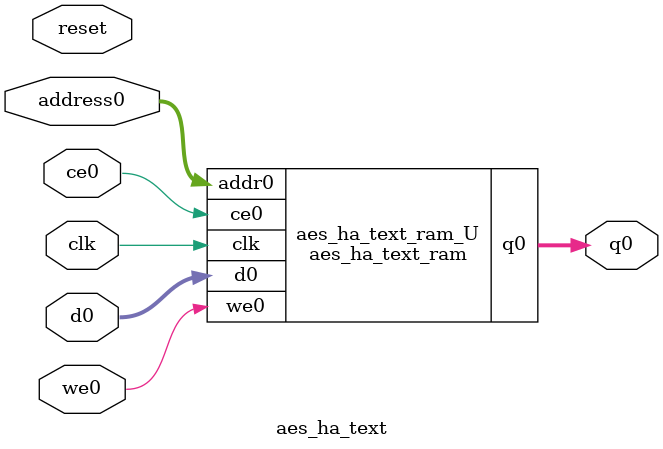
<source format=v>
`timescale 1 ns / 1 ps
module aes_ha_text_ram (addr0, ce0, d0, we0, q0,  clk);

parameter DWIDTH = 8;
parameter AWIDTH = 4;
parameter MEM_SIZE = 16;

input[AWIDTH-1:0] addr0;
input ce0;
input[DWIDTH-1:0] d0;
input we0;
output reg[DWIDTH-1:0] q0;
input clk;

(* ram_style = "distributed" *)reg [DWIDTH-1:0] ram[0:MEM_SIZE-1];




always @(posedge clk)  
begin 
    if (ce0) 
    begin
        if (we0) 
        begin 
            ram[addr0] <= d0; 
        end 
        q0 <= ram[addr0];
    end
end


endmodule

`timescale 1 ns / 1 ps
module aes_ha_text(
    reset,
    clk,
    address0,
    ce0,
    we0,
    d0,
    q0);

parameter DataWidth = 32'd8;
parameter AddressRange = 32'd16;
parameter AddressWidth = 32'd4;
input reset;
input clk;
input[AddressWidth - 1:0] address0;
input ce0;
input we0;
input[DataWidth - 1:0] d0;
output[DataWidth - 1:0] q0;



aes_ha_text_ram aes_ha_text_ram_U(
    .clk( clk ),
    .addr0( address0 ),
    .ce0( ce0 ),
    .we0( we0 ),
    .d0( d0 ),
    .q0( q0 ));

endmodule


</source>
